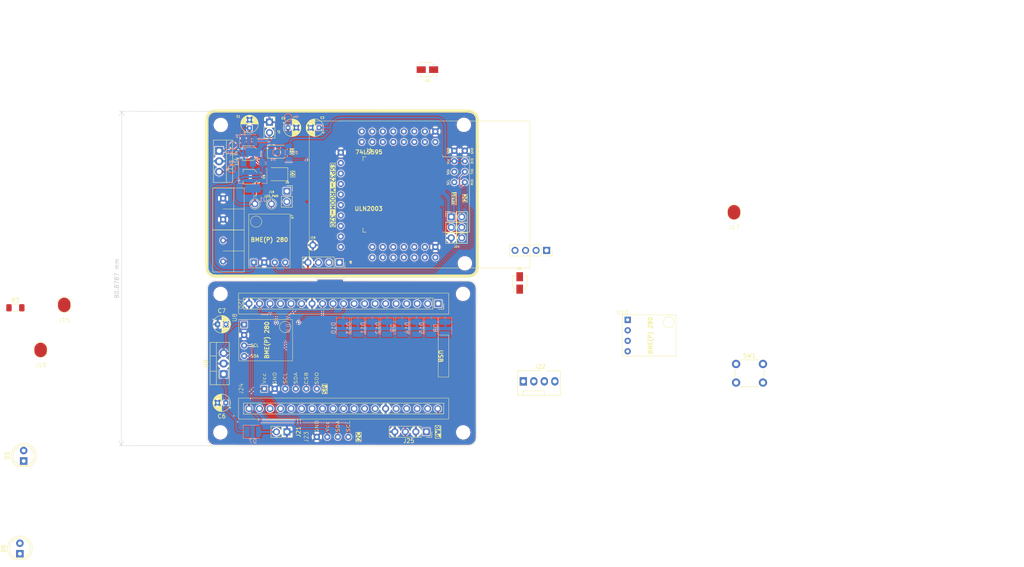
<source format=kicad_pcb>
(kicad_pcb (version 20240108) (generator "pcbnew") (generator_version "8.0")
  (layers (0 "F.Cu" signal) (31 "B.Cu" signal) (34 "B.Paste" user) (35 "F.Paste" user) (36 "B.SilkS" user "B.Silkscreen") (37 "F.SilkS" user "F.Silkscreen") (38 "B.Mask" user) (39 "F.Mask" user) (44 "Edge.Cuts" user))
  (net 0 "")
  (net 1 "GND")
  (net 2 "+3V3")
  (net 3 "+5V")
  (net 4 "/RXD")
  (net 5 "/TXD")
  (net 6 "/SDA")
  (net 7 "/GPIO_33")
  (net 8 "/SCL")
  (net 9 "/OUT3")
  (net 10 "/EN")
  (net 11 "/SOURCE2")
  (net 12 "/SOURCE1")
  (net 13 "/SOURCE3")
  (net 14 "/VDC")
  (net 15 "/DAC1")
  (net 16 "/DAC2")
  (net 17 "/GPIO39")
  (net 18 "/GPIO19")
  (net 19 "/GPIO17")
  (net 20 "/GPIO5")
  (net 21 "/GPIO18")
  (net 22 "/SD_DATA0")
  (net 23 "/ADC2_CH3")
  (net 24 "/SD_DATA3")
  (net 25 "/SD_CMD")
  (net 26 "/SD_CLK")
  (net 27 "/SD_DATA2")
  (net 28 "/SD_DATA1")
  (net 29 "/ADC2_CH0")
  (net 30 "/GPIO23")
  (net 31 "/GPIO36")
  (net 32 "/ADC2_CH2")
  (net 33 "/BOOT")
  (net 34 "/GPIO13")
  (net 35 "/SOURCE4")
  (net 36 "/SOURCE5")
  (net 37 "/SIPO_DATA")
  (net 38 "/SIPO_CLK")
  (net 39 "/SIPO_LATCH")
  (net 40 "/GPIO14")
  (net 41 "/OUT1")
  (net 42 "/VIN")
  (net 45 "Net-(D5-Pad1)")
  (net 46 "Net-(J15-Pin_1)")
  (net 47 "Net-(J19-Pin_1)")
  (net 48 "/OUT2")
  (net 60 "/RX")
  (net 65 "/TX")
  (net 76 "/SCL-2")
  (net 77 "/SDA-2")
  (net 80 "/12V")
  (net 82 "/QB-2")
  (net 83 "/QC-2")
  (net 84 "/QE-2")
  (net 85 "/QA-2")
  (net 86 "/QD-2")
  (net 87 "/QG-2")
  (net 88 "/QH-2")
  (net 89 "/QF-2")
  (net 90 "/SPI-SDO")
  (net 91 "/SPI-CSB")
  (net 92 "/SPI-SCL")
  (net 93 "/SPI-SDA")
  (net 94 "/D23")
  (net 95 "/D18")
  (footprint "Capacitor_THT:CP_Radial_D4.0mm_P2.00mm" (layer "F.Cu") (at 107 44.2 180)
    (property "Reference" "C2")
    (property "Value" "1uF")
  )
  (footprint "LED_SMD:LED_1210_3225Metric_Pad1.42x2.65mm_HandSolder" (layer "F.Cu") (at 97 55.45 180)
    (property "Reference" "D2")
    (property "Value" "STATUS")
  )
  (footprint "Capacitor_SMD:CP_Elec_3x5.3" (layer "F.Cu") (at 90.3 50.35 180)
    (property "Reference" "C4")
    (property "Value" "0.1uF")
  )
  (footprint "Resistor_SMD:R_1206_3216Metric_Pad1.30x1.75mm_HandSolder" (layer "F.Cu") (at 33.612 87.7585)
    (property "Reference" "R7")
    (property "Value" "4K7")
  )
  (footprint "LED_THT:LED_D5.0mm" (layer "F.Cu") (at 34.7 147.25 90)
    (property "Reference" "D6")
    (property "Value" "LED_STATUS")
  )
  (footprint "Button_Switch_THT:SW_PUSH_6mm" (layer "F.Cu") (at 207.8 101.35)
    (property "Reference" "SW1")
    (property "Value" "SW_Push")
  )
  (footprint "Connector:FanPinHeader_1x04_P2.54mm_Vertical" (layer "F.Cu") (at 156.38 105.55)
    (property "Reference" "J22")
    (property "Value" "Conn_01x04_Pin")
  )
  (footprint "Alexander Footprint Library:Pad_1x01_P2.54_SMD" (layer "F.Cu") (at 39.712 102.098)
    (property "Reference" "J19")
    (property "Value" "LED_PWR")
  )
  (footprint "Alexanddr Footprints Library:ESP32-WROOM-Adapter-Socket-2" (layer "F.Cu") (at 127.5 60.35 -90)
    (property "Reference" "J1")
    (property "Value" "~")
  )
  (footprint "Alexander Footprint Library:Pad_1x01_P2.54_SMD" (layer "F.Cu") (at 45.412 91.198)
    (property "Reference" "J15")
    (property "Value" "LED_PWR")
  )
  (footprint "MountingHole:MountingHole_3mm" (layer "F.Cu") (at 142 43.5)
    (property "Reference" "H1" (hide yes))
    (property "Value" "MountingHole_Pad")
  )
  (footprint "Connector_PinSocket_2.54mm:PinSocket_1x02_P2.54mm_Vertical" (layer "F.Cu") (at 99.25 117.775 -90)
    (property "Reference" "J21")
    (property "Value" "PWR")
  )
  (footprint "MountingHole:MountingHole_3mm" (layer "F.Cu") (at 83.25 43.53)
    (property "Reference" "H2" (hide yes))
    (property "Value" "MountingHole_Pad")
  )
  (footprint "Alexander Footprints Library:Conn_Terminal_5mm" (layer "F.Cu") (at 83.82 53.69)
    (property "Reference" "J9" (hide yes))
    (property "Value" "Conn_01x02_Socket")
  )
  (footprint "Alexander Footprint Library:Pad_1x01_P2.54_SMD" (layer "F.Cu") (at 207.3 68.7895)
    (property "Reference" "J17")
    (property "Value" "GND")
  )
  (footprint "MountingHole:MountingHole_3mm" (layer "F.Cu") (at 141.85 117.9)
    (property "Reference" "H4" (hide yes))
    (property "Value" "MountingHole_Pad")
  )
  (footprint "Capacitor_THT:CP_Radial_D4.0mm_P2.00mm" (layer "F.Cu") (at 82.5 91.75)
    (property "Reference" "C7")
    (property "Value" "1uF")
  )
  (footprint "Connector_PinSocket_2.54mm:PinSocket_1x04_P2.54mm_Vertical" (layer "F.Cu") (at 132.94 117.75 -90)
    (property "Reference" "J25")
    (property "Value" "PWR_SATA_Conn_01x04")
  )
  (footprint "Capacitor_SMD:CP_Elec_3x5.3" (layer "F.Cu") (at 90.4 56.05 180)
    (property "Reference" "C9")
    (property "Value" "0.1uF")
  )
  (footprint "Alexander Footprint Library:PinSocket_1x01_P2.54" (layer "F.Cu") (at 91.5 65.19)
    (property "Reference" "J7")
    (property "Value" "LED_PWR")
  )
  (footprint "Alexander Footprint Library:Conn_SPI" (layer "F.Cu") (at 88.68 107.35 90)
    (property "Reference" "J24")
    (property "Value" "~")
  )
  (footprint "Connector_PinSocket_2.54mm:PinSocket_1x02_P2.54mm_Vertical" (layer "F.Cu") (at 95.025 42.85)
    (property "Reference" "J2")
    (property "Value" "PWR")
  )
  (footprint "Connector_PinSocket_2.54mm:PinSocket_1x04_P2.54mm_Vertical" (layer "F.Cu") (at 111.94 76.8 -90)
    (property "Reference" "J6")
    (property "Value" "SOURCE")
  )
  (footprint "MountingHole:MountingHole_3mm" (layer "F.Cu") (at 83.15 117.9)
    (property "Reference" "H4" (hide yes))
    (property "Value" "MountingHole_Pad")
  )
  (footprint "Connector_PinSocket_2.54mm:PinSocket_1x04_P2.54mm_Vertical" (layer "F.Cu") (at 162 73.875 -90)
    (property "Reference" "J10" (hide yes))
    (property "Value" "ADC")
  )
  (footprint "Capacitor_SMD:CP_Elec_3x5.3" (layer "F.Cu") (at 155.5 81.75 90)
    (property "Reference" "C5")
    (property "Value" "0.1uF")
  )
  (footprint "MountingHole:MountingHole_3mm" (layer "F.Cu") (at 141.8 84.4)
    (property "Reference" "H4" (hide yes))
    (property "Value" "MountingHole_Pad")
  )
  (footprint "Capacitor_THT:CP_Radial_D4.0mm_P2.00mm" (layer "F.Cu") (at 99.5 44.2)
    (property "Reference" "C3")
    (property "Value" "1uF")
  )
  (footprint "Alexander Footprint Library:Conn_ESP32_WROOM-DevKit-38pins" (layer "F.Cu") (at 87.54 86.75 -90)
    (property "Reference" "J20")
    (property "Value" "~")
  )
  (footprint "Capacitor_SMD:CP_Elec_3x5.3" (layer "F.Cu") (at 133.2 30.15 180)
    (property "Reference" "C8")
    (property "Value" "10uF")
  )
  (footprint "Alexander Footprint Library:LD1117" (layer "F.Cu") (at 83.945 103.79 90)
    (property "Reference" "U9")
    (property "Value" "L7805")
  )
  (footprint "Alexander Footprint Library:PinSocket_1x01_P2.54" (layer "F.Cu") (at 95.5 65.19)
    (property "Reference" "J18")
    (property "Value" "LED_PWR")
  )
  (footprint "Alexander Footprint Library:Conn_I2C" (layer "F.Cu") (at 98.84 119 90)
    (property "Reference" "J23")
    (property "Value" "I2C")
  )
  (footprint "Capacitor_THT:CP_Radial_D4.0mm_P2.00mm" (layer "F.Cu") (at 84.4726 110.75 180)
    (property "Reference" "C6")
    (property "Value" "1uF")
  )
  (footprint "Alexander Footprint Library:BME280_BMP280_I2C" (layer "F.Cu") (at 180.3 89.45)
    (property "Reference" "U10")
    (property "Value" "BME(P)280")
  )
  (footprint "MountingHole:MountingHole_3mm" (layer "F.Cu") (at 83.2 84.4)
    (property "Reference" "H4" (hide yes))
    (property "Value" "MountingHole_Pad")
  )
  (footprint "Connector_PinSocket_2.54mm:PinSocket_1x02_P2.54mm_Vertical" (layer "F.Cu") (at 99.225 59.55)
    (property "Reference" "J5")
    (property "Value" "DAC")
  )
  (footprint "Alexander Footprint Library:CONN_2x3" (layer "F.Cu") (at 138.96 60.68)
    (property "Reference" "J14")
    (property "Value" "GPIO")
  )
  (footprint "Alexander Footprints Library:Conn_UART" (layer "F.Cu") (at 139.7 42.15)
    (property "Reference" "J3" (hide yes))
    (property "Value" "UART")
  )
  (footprint "Alexander Footprint Library:PinSocket_1x01_P2.54" (layer "F.Cu") (at 105.5 75.19)
    (property "Reference" "J16")
    (property "Value" "GND")
  )
  (footprint "Capacitor_THT:CP_Radial_D4.0mm_P2.00mm" (layer "F.Cu") (at 90.2 44.3 90)
    (property "Reference" "C1")
    (property "Value" "1uF")
  )
  (footprint "Alexander Footprint Library:BME280_BMP280_I2C" (layer "F.Cu") (at 90 78.1 90)
    (property "Reference" "U7")
    (property "Value" "BME(P)280")
  )
  (footprint "Alexander Footprint Library:LD1117" (layer "F.Cu") (at 82.855 49.77 -90)
    (property "Reference" "U4")
    (property "Value" "L7805")
  )
  (footprint "Alexander Footprints Library:Conn_I2C" (layer "F.Cu") (at 142.24 42.15)
    (property "Reference" "J4" (hide yes))
    (property "Value" "I2C")
  )
  (footprint "LED_THT:LED_D5.0mm" (layer "F.Cu") (at 35.612 124.8335 90)
    (property "Reference" "D5")
    (property "Value" "LED_PWR")
  )
  (footprint "Alexander Footprint Library:BME280_BMP280_I2C" (layer "F.Cu") (at 87.6 90.59)
    (property "Reference" "U8")
    (property "Value" "BME(P)280")
  )
  (footprint "LED_SMD:LED_1210_3225Metric_Pad1.42x2.65mm_HandSolder" (layer "F.Cu") (at 97 50)
    (property "Reference" "D1")
    (property "Value" "PWR")
  )
  (footprint "MountingHole:MountingHole_3mm" (layer "F.Cu") (at 142.25 77)
    (property "Reference" "H4" (hide yes))
    (property "Value" "MountingHole_Pad")
  )
  (footprint "Alexander Footprints Library:Conn_Terminal_5mm" (layer "F.Cu") (at 83.82 63.85)
    (property "Reference" "J8" (hide yes))
    (property "Value" "Conn_01x02_Socket")
  )
  (footprint "TestPoint:TestPoint_Pad_D1.5mm" (layer "B.Cu") (at 99.5 41.75 180)
    (property "Reference" "TP4")
    (property "Value" "5V")
  )
  (footprint "LED_SMD:LED_1210_3225Metric_Pad1.42x2.65mm_HandSolder" (layer "B.Cu") (at 127.1 92.65 -90)
    (property "Reference" "D9")
    (property "Value" "PWR")
  )
  (footprint "TestPoint:TestPoint_Pad_D1.5mm" (layer "B.Cu") (at 96.8 50.15 180)
    (property "Reference" "TP3")
    (property "Value" "3V3")
  )
  (footprint "LED_SMD:LED_1210_3225Metric_Pad1.42x2.65mm_HandSolder" (layer "B.Cu") (at 119.9 92.65 -90)
    (property "Reference" "D11")
    (property "Value" "PWR")
  )
  (footprint "Diode_SMD:D_1210_3225Metric" (layer "B.Cu") (at 91 117.75)
    (property "Reference" "D7")
    (property "Value" "D")
  )
  (footprint "LED_SMD:LED_1210_3225Metric_Pad1.42x2.65mm_HandSolder" (layer "B.Cu") (at 134.1 92.65 -90)
    (property "Reference" "D15")
    (property "Value" "PWR")
  )
  (footprint "Resistor_SMD:R_1206_3216Metric_Pad1.30x1.75mm_HandSolder" (layer "B.Cu") (at 99.7 50.25 -90)
    (property "Reference" "R1")
    (property "Value" "10K")
  )
  (footprint "Diode_SMD:D_1210_3225Metric" (layer "B.Cu") (at 90.1 47.4)
    (property "Reference" "D4")
    (property "Value" "D")
  )
  (footprint "LED_SMD:LED_1210_3225Metric_Pad1.42x2.65mm_HandSolder" (layer "B.Cu") (at 130.6 92.65 -90)
    (property "Reference" "D14")
    (property "Value" "PWR")
  )
  (footprint "TestPoint:TestPoint_Pad_D1.5mm" (layer "B.Cu") (at 86.2 48.45 180)
    (property "Reference" "TP1")
    (property "Value" "VIN")
  )
  (footprint "LED_SMD:LED_1210_3225Metric_Pad1.42x2.65mm_HandSolder" (layer "B.Cu") (at 123.5 92.65 -90)
    (property "Reference" "D12")
    (property "Value" "PWR")
  )
  (footprint "TestPoint:TestPoint_Pad_D1.5mm" (layer "B.Cu") (at 85.9 54.15 180)
    (property "Reference" "TP2")
    (property "Value" "GND")
  )
  (footprint "LED_SMD:LED_1210_3225Metric_Pad1.42x2.65mm_HandSolder" (layer "B.Cu") (at 116.4 92.65 -90)
    (property "Reference" "D13")
    (property "Value" "PWR")
  )
  (footprint "LED_SMD:LED_1210_3225Metric_Pad1.42x2.65mm_HandSolder" (layer "B.Cu") (at 112.8 92.65 -90)
    (property "Reference" "D10")
    (property "Value" "PWR")
  )
  (footprint "Package_TO_SOT_SMD:SOT-223-3_TabPin2" (layer "B.Cu") (at 91 55.75 -90)
    (property "Reference" "U1")
    (property "Value" "MAX1726EUK33")
  )
  (footprint "LED_SMD:LED_1210_3225Metric_Pad1.42x2.65mm_HandSolder" (layer "B.Cu") (at 137.5 92.65 -90)
    (property "Reference" "D8")
    (property "Value" "PWR")
  )
  (gr_line (start 145.25 42.11421) (end 145.25 78.085782) (stroke (width 0.75)) (layer "F.SilkS"))
  (gr_line (start 81.914218 40.164218) (end 143.08579 40.164218) (stroke (width 0.75)) (layer "F.SilkS"))
  (gr_arc (start 145.25 78.085782) (mid 144.66422 79.500007) (end 143.25 80.085782) (stroke (width 0.75)) (layer "F.SilkS"))
  (gr_line (start 79.914218 42.11421) (end 79.914218 78.085782) (stroke (width 0.75)) (layer "F.SilkS"))
  (gr_arc (start 81.914218 80.085782) (mid 80.499999 79.500001) (end 79.914218 78.085782) (stroke (width 0.75)) (layer "F.SilkS"))
  (gr_arc (start 143.25 40.25) (mid 144.664214 40.835786) (end 145.25 42.25) (stroke (width 0.75)) (layer "F.SilkS"))
  (gr_arc (start 79.914218 42.164218) (mid 80.499999 40.749999) (end 81.914218 40.164218) (stroke (width 0.75)) (layer "F.SilkS"))
  (gr_line (start 81.914214 80.085782) (end 143.085786 80.085782) (stroke (width 0.75)) (layer "F.SilkS"))
  (gr_line (start 82.014214 80.235786) (end 106.4 80.25) (stroke (width 0.1)) (layer "Edge.Cuts"))
  (gr_line (start 80 42.25) (end 80.014214 78.235786) (stroke (width 0.1)) (layer "Edge.Cuts"))
  (gr_arc (start 79.921321 83.157107) (mid 80.507106 81.742896) (end 81.921321 81.157107) (stroke (width 0.1)) (layer "Edge.Cuts"))
  (gr_line (start 81.921321 121.128679) (end 143.107107 121.142893) (stroke (width 0.1)) (layer "Edge.Cuts"))
  (gr_arc (start 81.921321 121.128679) (mid 80.507101 120.542899) (end 79.921321 119.128679) (stroke (width 0.1)) (layer "Edge.Cuts"))
  (gr_line (start 143.092893 81.157107) (end 113 81.15) (stroke (width 0.1)) (layer "Edge.Cuts"))
  (gr_arc (start 145.107107 119.142893) (mid 144.521321 120.557107) (end 143.107107 121.142893) (stroke (width 0.1)) (layer "Edge.Cuts"))
  (gr_line (start 106.4 81.15) (end 81.921321 81.157107) (stroke (width 0.1)) (layer "Edge.Cuts"))
  (gr_arc (start 143.185786 40.264214) (mid 144.600004 40.849996) (end 145.185786 42.264214) (stroke (width 0.1)) (layer "Edge.Cuts"))
  (gr_line (start 113 80.25) (end 143.185786 80.235786) (stroke (width 0.1)) (layer "Edge.Cuts"))
  (gr_arc (start 82.014214 80.235786) (mid 80.599996 79.650004) (end 80.014214 78.235786) (stroke (width 0.1)) (layer "Edge.Cuts"))
  (gr_line (start 145.185786 42.264214) (end 145.185786 78.235786) (stroke (width 0.1)) (layer "Edge.Cuts"))
  (gr_arc (start 80 42.25) (mid 80.585786 40.835786) (end 82 40.25) (stroke (width 0.1)) (layer "Edge.Cuts"))
  (gr_line (start 145.107107 119.142893) (end 145.092893 83.157107) (stroke (width 0.1)) (layer "Edge.Cuts"))
  (gr_line (start 79.921321 119.128679) (end 79.921321 83.157107) (stroke (width 0.1)) (layer "Edge.Cuts"))
  (gr_line (start 106.4 81.15) (end 106.4 80.25) (stroke (width 0.1)) (layer "Edge.Cuts"))
  (gr_arc (start 145.185786 78.235786) (mid 144.600004 79.650004) (end 143.185786 80.235786) (stroke (width 0.1)) (layer "Edge.Cuts"))
  (gr_arc (start 143.092893 81.157107) (mid 144.507112 81.742888) (end 145.092893 83.157107) (stroke (width 0.1)) (layer "Edge.Cuts"))
  (gr_line (start 113 81.15) (end 113 80.25) (stroke (width 0.1)) (layer "Edge.Cuts"))
  (gr_line (start 143.185786 40.264214) (end 82 40.25) (stroke (width 0.1)) (layer "Edge.Cuts"))
  (gr_text "SCL" (at 90.4 96.85 0) (layer "F.SilkS") (effects (font (size 0.7 0.7) (thickness 0.125) (bold yes)) (justify left)))
  (gr_text "SDA" (at 90.4 99.45 0) (layer "F.SilkS") (effects (font (size 0.7 0.7) (thickness 0.125) (bold yes)) (justify left)))
  (gr_text "PWR" (at 136.4 119.55 90) (layer "F.SilkS" knockout) (effects (font (size 1 1) (thickness 0.25) (bold yes)) (justify left bottom)))
  (gr_text "74LS595" (at 119.057143 50.1 0) (layer "F.SilkS") (effects (font (size 1 1) (thickness 0.2) (bold yes))))
  (gr_text "ULN2003" (at 115.5 64.374 0) (layer "F.SilkS") (effects (font (size 1 1) (thickness 0.2) (bold yes)) (justify left bottom)))
  (dimension (type aligned) (layer "Edge.Cuts") (pts (xy 81.921321 121.128679) (xy 82 40.25)) (height -22.6907) (gr_text "80.8787 mm" (at 58.119973 80.666146 89.94426182) (layer "Edge.Cuts") (effects (font (size 1 1) (thickness 0.15)))) (format (prefix "") (suffix "") (units 3) (units_format 1) (precision 4)) (style (thickness 0.1) (arrow_length 1.27) (text_position_mode 0) (extension_height 0.58642) (extension_offset 0.5) keep_text_aligned))
  (segment (start 84.21 66) (end 83.82 66.39) (width 0.5) (layer "F.Cu") (net 1))
  (segment (start 91.5 59.65) (end 91.9 59.25) (width 0.5) (layer "F.Cu") (net 2))
  (segment (start 90.08 108.57) (end 90.08 112.15) (width 0.5) (layer "F.Cu") (net 2))
  (segment (start 91.3 107.35) (end 90.08 108.57) (width 0.5) (layer "F.Cu") (net 2))
  (segment (start 91.9 59.25) (end 91.9 56.05) (width 0.5) (layer "F.Cu") (net 2))
  (segment (start 93.76 107.35) (end 91.3 107.35) (width 0.5) (layer "F.Cu") (net 2))
  (segment (start 91.5 62.62) (end 91.5 59.65) (width 0.5) (layer "F.Cu") (net 2))
  (segment (start 96.075 48.7) (end 97.525 48.7) (width 0.5) (layer "B.Cu") (net 2))
  (segment (start 109.408578 44.2) (end 107 44.2) (width 0.5) (layer "B.Cu") (net 2))
  (segment (start 93.21 115.25) (end 101 115.25) (width 0.5) (layer "B.Cu") (net 2))
  (segment (start 81.3 75.997918) (end 81.3 59.75104) (width 0.5) (layer "B.Cu") (net 2))
  (segment (start 93.3 54.905025) (end 93.3 52.6) (width 0.5) (layer "B.Cu") (net 2))
  (segment (start 100 48.7) (end 100 48.03033) (width 0.5) (layer "B.Cu") (net 2))
  (segment (start 139.13 52.31) (end 139.7 52.31) (width 0.5) (layer "B.Cu") (net 2))
  (segment (start 138.156949 51.906949) (end 138.03 51.78) (width 0.5) (layer "B.Cu") (net 2))
  (segment (start 109 117.5) (end 109 119) (width 0.5) (layer "B.Cu") (net 2))
  (segment (start 84.202081 78.9) (end 89.990883 78.9) (width 0.5) (layer "B.Cu") (net 2))
  (segment (start 109.75 45) (end 109.75 44.141421) (width 0.5) (layer "B.Cu") (net 2))
  (segment (start 109.75 43.858578) (end 109.75 44.141421) (width 0.5) (layer "B.Cu") (net 2))
  (segment (start 104.722182 46.75) (end 106.277817 46.75) (width 0.5) (layer "B.Cu") (net 2))
  (segment (start 139.7 52.31) (end 142.24 52.31) (width 0.5) (layer "B.Cu") (net 2))
  (segment (start 137.5 50.500466) (end 137.5 43.883883) (width 0.5) (layer "B.Cu") (net 2))
  (segment (start 88.207106 62.75) (end 91.5 62.75) (width 0.5) (layer "B.Cu") (net 2))
  (segment (start 86.5 61.042893) (end 86.5 57.5) (width 0.5) (layer "B.Cu") (net 2))
  (segment (start 106.277817 46.75) (end 108 46.75) (width 0.5) (layer "B.Cu") (net 2))
  (segment (start 101 115.25) (end 102.5 116.75) (width 0.5) (layer "B.Cu") (net 2))
  (segment (start 91.22 77.670883) (end 91.22 76.8) (width 0.5) (layer "B.Cu") (net 2))
  (segment (start 89.455634 56.1) (end 92.105025 56.1) (width 0.5) (layer "B.Cu") (net 2))
  (segment (start 96.075 48.7) (end 95.177817 48.7) (width 0.5) (layer "B.Cu") (net 2))
  (segment (start 90.11 112.15) (end 93.21 115.25) (width 0.5) (layer "B.Cu") (net 2))
  (segment (start 108.25 116.75) (end 109 117.5) (width 0.5) (layer "B.Cu") (net 2))
  (segment (start 104.722182 46.75) (end 101.28033 46.75) (width 0.5) (layer "B.Cu") (net 2))
  (segment (start 108 46.75) (end 109.75 45) (width 0.5) (layer "B.Cu") (net 2))
  (segment (start 96.8 49.425) (end 96.8 50.15) (width 0.25) (layer "B.Cu") (net 2))
  (segment (start 109.75 43.625) (end 109.75 43.858578) (width 0.5) (layer "B.Cu") (net 2))
  (segment (start 110.015165 42.984834) (end 110.5 42.5) (width 0.5) (layer "B.Cu") (net 2))
  (segment (start 93.3 52.6) (end 93.3 50.577817) (width 0.5) (layer "B.Cu") (net 2))
  (segment (start 82.75104 58.3) (end 84.144365 58.3) (width 0.5) (layer "B.Cu") (net 2))
  (segment (start 102.5 116.75) (end 108.25 116.75) (width 0.5) (layer "B.Cu") (net 2))
  (segment (start 112.31066 41.75) (end 135.366116 41.75) (width 0.5) (layer "B.Cu") (net 2))
  (segment (start 100 48.7) (end 97.525 48.7) (width 0.5) (layer "B.Cu") (net 2))
  (arc (start 136.875 42.375) (mid 137.337567 43.067281) (end 137.5 43.883883) (width 0.5) (layer "B.Cu") (net 2))
  (arc (start 137.5 50.500466) (mid 137.637742 51.192944) (end 138.03 51.78) (width 0.5) (layer "B.Cu") (net 2))
  (arc (start 93.3 54.905025) (mid 93.209037 55.362322) (end 92.95 55.75) (width 0.5) (layer "B.Cu") (net 2))
  (arc (start 86.8 57.2) (mid 85.581584 58.014119) (end 84.144365 58.3) (width 0.5) (layer "B.Cu") (net 2))
  (arc (start 89.455634 56.1) (mid 88.018415 56.38588) (end 86.8 57.2) (width 0.5) (layer "B.Cu") (net 2))
  (arc (start 86.5 61.042893) (mid 86.629945 61.696174) (end 87 62.25) (width 0.5) (layer "B.Cu") (net 2))
  (arc (start 82.75104 58.3) (mid 82.195751 58.410453) (end 81.725 58.725) (width 0.5) (layer "B.Cu") (net 2))
  (arc (start 92.95 55.75) (mid 92.562322 56.009037) (end 92.105025 56.1) (width 0.5) (layer "B.Cu") (net 2))
  (arc (start 95.177817 48.7) (mid 94.459207 48.84294) (end 93.85 49.25) (width 0.5) (layer "B.Cu") (net 2))
  (arc (start 96.8 49.425) (mid 96.587652 48.912347) (end 96.075 48.7) (width 0.25) (layer "B.Cu") (net 2))
  (arc (start 82.15 78.05) (mid 83.091502 78.679092) (end 84.202081 78.9) (width 0.5) (layer "B.Cu") (net 2))
  (arc (start 110.015165 42.984834) (mid 109.818914 43.278544) (end 109.75 43.625) (width 0.5) (layer "B.Cu") (net 2))
  (arc (start 109.75 44.141421) (mid 109.713838 44.087301) (end 109.65 44.1) (width 0.5) (layer "B.Cu") (net 2))
  (arc (start 136.875 42.375) (mid 136.182718 41.912432) (end 135.366116 41.75) (width 0.5) (layer "B.Cu") (net 2))
  (arc (start 93.85 49.25) (mid 93.44294 49.859207) (end 93.3 50.577817) (width 0.5) (layer "B.Cu") (net 2))
  (arc (start 90.86 78.54) (mid 90.461245 78.806439) (end 89.990883 78.9) (width 0.5) (layer "B.Cu") (net 2))
  (arc (start 109.65 44.1) (mid 109.539234 44.17401) (end 109.408578 44.2) (width 0.5) (layer "B.Cu") (net 2))
  (arc (start 87 62.25) (mid 87.553825 62.620054) (end 88.207106 62.75) (width 0.5) (layer "B.Cu") (net 2))
  (arc (start 81.725 58.725) (mid 81.410453 59.195751) (end 81.3 59.75104) (width 0.5) (layer "B.Cu") (net 2))
  (arc (start 138.156949 51.906949) (mid 138.603388 52.20525) (end 139.13 52.31) (width 0.5) (layer "B.Cu") (net 2))
  (arc (start 101.28033 46.75) (mid 100.790368 46.847459) (end 100.375 47.125) (width 0.5) (layer "B.Cu") (net 2))
  (arc (start 91.22 77.670883) (mid 91.126439 78.141245) (end 90.86 78.54) (width 0.5) (layer "B.Cu") (net 2))
  (arc (start 109.65 44.1) (mid 109.72401 43.989234) (end 109.75 43.858578) (width 0.5) (layer "B.Cu") (net 2))
  (arc (start 112.31066 41.75) (mid 111.330737 41.944918) (end 110.5 42.5) (width 0.5) (layer "B.Cu") (net 2))
  (arc (start 100.375 47.125) (mid 100.097459 47.540368) (end 100 48.03033) (width 0.5) (layer "B.Cu") (net 2))
  (arc (start 81.3 75.997918) (mid 81.520907 77.108496) (end 82.15 78.05) (width 0.5) (layer "B.Cu") (net 2))
  (segment (start 99.5 45.693413) (end 99.5 44.2) (width 0.5) (layer "F.Cu") (net 3))
  (segment (start 98.6375 46.9625) (end 99.2125 46.3875) (width 0.5) (layer "F.Cu") (net 3))
  (segment (start 83.945 98.71) (end 86.21 98.71) (width 0.5) (layer "F.Cu") (net 3))
  (segment (start 86.75 99.25) (end 86.75 100) (width 0.5) (layer "F.Cu") (net 3))
  (segment (start 127.86 116.39) (end 129 115.25) (width 0.5) (layer "F.Cu") (net 3))
  (segment (start 129 115.25) (end 135.25 115.25) (width 0.5) (layer "F.Cu") (net 3))
  (segment (start 135.81 114.69) (end 135.81 112.15) (width 0.5) (layer "F.Cu") (net 3))
  (segment (start 86.75 114.25) (end 87.75 115.25) (width 0.5) (layer "F.Cu") (net 3))
  (segment (start 86.75 100) (end 86.75 114.25) (width 0.5) (layer "F.Cu") (net 3))
  (segment (start 88.1 47.25) (end 97.943413 47.25) (width 0.5) (layer "F.Cu") (net 3))
  (segment (start 84.9 54.85) (end 85.4 54.35) (width 0.5) (layer "F.Cu") (net 3))
  (segment (start 85.4 54.35) (end 85.4 49.95) (width 0.5) (layer "F.Cu") (net 3))
  (segment (start 127.86 118.65) (end 127.86 116.39) (width 0.5) (layer "F.Cu") (net 3))
  (segment (start 86.21 98.71) (end 86.75 99.25) (width 0.5) (layer "F.Cu") (net 3))
  (segment (start 135.25 115.25) (end 135.81 114.69) (width 0.5) (layer "F.Cu") (net 3))
  (segment (start 82.855 54.85) (end 84.9 54.85) (width 0.5) (layer "F.Cu") (net 3))
  (segment (start 85.4 49.95) (end 88.1 47.25) (width 0.5) (layer "F.Cu") (net 3))
  (segment (start 87.75 115.25) (end 129 115.25) (width 0.5) (layer "F.Cu") (net 3))
  (arc (start 97.943413 47.25) (mid 98.31905 47.175281) (end 98.6375 46.9625) (width 0.5) (layer "F.Cu") (net 3))
  (arc (start 99.5 45.693413) (mid 99.425281 46.06905) (end 99.2125 46.3875) (width 0.5) (layer "F.Cu") (net 3))
  (segment (start 83.945 97.305) (end 84.5 96.75) (width 0.5) (layer "B.Cu") (net 3))
  (segment (start 84.5 94.05) (end 84.5 91.75) (width 0.5) (layer "B.Cu") (net 3))
  (segment (start 88.9 91.81) (end 86.74 91.81) (width 0.5) (layer "B.Cu") (net 3))
  (segment (start 83.945 98.71) (end 83.945 97.305) (width 0.5) (layer "B.Cu") (net 3))
  (segment (start 86.74 91.81) (end 84.5 94.05) (width 0.5) (layer "B.Cu") (net 3))
  (segment (start 84.5 96.75) (end 84.5 94.05) (width 0.5) (layer "B.Cu") (net 3))
  (segment (start 99.5 42.25) (end 99.5 44.2) (width 0.25) (layer "B.Cu") (net 3))
  (segment (start 139.7 57.35) (end 139.7 57.39) (width 0.25) (layer "F.Cu") (net 4))
  (segment (start 140.3 57.45) (end 139.3 57.45) (width 0.25) (layer "F.Cu") (net 4))
  (segment (start 139.7 54.85) (end 139.5 54.85) (width 0.25) (layer "F.Cu") (net 5))
  (segment (start 138.59 58.55) (end 140.4 58.55) (width 0.25) (layer "F.Cu") (net 6))
  (segment (start 138 57.96) (end 138.59 58.55) (width 0.25) (layer "F.Cu") (net 6))
  (segment (start 140.9 56.19) (end 142.24 54.85) (width 0.25) (layer "F.Cu") (net 6))
  (segment (start 140.9 58.05) (end 140.9 56.19) (width 0.25) (layer "F.Cu") (net 6))
  (segment (start 138 56.286396) (end 138 57.96) (width 0.25) (layer "F.Cu") (net 6))
  (segment (start 142.24 54.85) (end 142.24 55.51) (width 0.25) (layer "F.Cu") (net 6))
  (segment (start 140.4 58.55) (end 140.9 58.05) (width 0.25) (layer "F.Cu") (net 6))
  (segment (start 141.79 58.74) (end 141 57.95) (width 0.25) (layer "B.Cu") (net 6))
  (segment (start 140.418198 72.781802) (end 143.281802 72.781802) (width 0.25) (layer "B.Cu") (net 6))
  (segment (start 98.84 76.8) (end 98.84 78.09) (width 0.25) (layer "B.Cu") (net 6))
  (segment (start 143.55 64.45) (end 141.79 62.69) (width 0.25) (layer "B.Cu") (net 6))
  (segment (start 134.55 78.65) (end 140.418198 72.781802) (width 0.25) (layer "B.Cu") (net 6))
  (segment (start 141.79 62.69) (end 141.79 58.74) (width 0.25) (layer "B.Cu") (net 6))
  (segment (start 141 56.09) (end 142.24 54.85) (width 0.25) (layer "B.Cu") (net 6))
  (segment (start 98.84 78.09) (end 99.4 78.65) (width 0.25) (layer "B.Cu") (net 6))
  (segment (start 99.4 78.65) (end 134.55 78.65) (width 0.25) (layer "B.Cu") (net 6))
  (segment (start 143.281802 72.781802) (end 143.55 72.513604) (width 0.25) (layer "B.Cu") (net 6))
  (segment (start 143.55 72.513604) (end 143.55 64.45) (width 0.25) (layer "B.Cu") (net 6))
  (segment (start 141 57.95) (end 141 56.09) (width 0.25) (layer "B.Cu") (net 6))
  (segment (start 137.55 58.146396) (end 138.403604 59) (width 0.25) (layer "F.Cu") (net 8))
  (segment (start 140.63 59) (end 142.24 57.39) (width 0.25) (layer "F.Cu") (net 8))
  (segment (start 137.55 56.55) (end 137.55 58.146396) (width 0.25) (layer "F.Cu") (net 8))
  (segment (start 138.403604 59) (end 140.63 59) (width 0.25) (layer "F.Cu") (net 8))
  (segment (start 143.4 73.3) (end 144 72.7) (width 0.25) (layer "B.Cu") (net 8))
  (segment (start 96.95 79.1) (end 134.8 79.1) (width 0.25) (layer "B.Cu") (net 8))
  (segment (start 96.3 76.8) (end 96.3 78.45) (width 0.25) (layer "B.Cu") (net 8))
  (segment (start 144 72.7) (end 144 64.263604) (width 0.25) (layer "B.Cu") (net 8))
  (segment (start 142.24 62.503604) (end 142.24 57.39) (width 0.25) (layer "B.Cu") (net 8))
  (segment (start 96.3 78.45) (end 96.95 79.1) (width 0.25) (layer "B.Cu") (net 8))
  (segment (start 134.8 79.1) (end 140.6 73.3) (width 0.25) (layer "B.Cu") (net 8))
  (segment (start 144 64.263604) (end 142.24 62.503604) (width 0.25) (layer "B.Cu") (net 8))
  (segment (start 140.6 73.3) (end 143.4 73.3) (width 0.25) (layer "B.Cu") (net 8))
  (segment (start 103.27 52.75) (end 104.06 51.96) (width 0.25) (layer "F.Cu") (net 10))
  (segment (start 91.8 52.25) (end 92.3 52.75) (width 0.25) (layer "F.Cu") (net 10))
  (segment (start 92.3 52.75) (end 103.27 52.75) (width 0.25) (layer "F.Cu") (net 10))
  (segment (start 103.72 52.3) (end 104.06 51.96) (width 0.25) (layer "F.Cu") (net 10))
  (segment (start 91.8 50.35) (end 91.8 52.25) (width 0.25) (layer "F.Cu") (net 10))
  (segment (start 100 51.8) (end 103.9 51.8) (width 0.25) (layer "B.Cu") (net 10))
  (segment (start 103.9 51.8) (end 104.06 51.96) (width 0.25) (layer "B.Cu") (net 10))
  (segment (start 86.37 71.47) (end 88 73.1) (width 0.5) (layer "F.Cu") (net 11))
  (segment (start 88 73.1) (end 99 73.1) (width 0.5) (layer "F.Cu") (net 11))
  (segment (start 83.82 71.47) (end 86.37 71.47) (width 0.5) (layer "F.Cu") (net 11))
  (segment (start 86.275 76.55) (end 88.075 74.75) (width 0.5) (layer "F.Cu") (net 12))
  (segment (start 83.82 76.55) (end 86.275 76.55) (width 0.5) (layer "F.Cu") (net 12))
  (segment (start 88.075 74.75) (end 99.75 74.75) (width 0.5) (layer "F.Cu") (net 12))
  (segment (start 96.71 117.775) (end 92.425 117.775) (width 0.5) (layer "B.Cu") (net 14))
  (segment (start 92.425 117.775) (end 92.4 117.75) (width 0.5) (layer "B.Cu") (net 14))
  (segment (start 95.025 46.674479) (end 95.025 45.39) (width 0.5) (layer "B.Cu") (net 14))
  (segment (start 94.299479 47.4) (end 91.5 47.4) (width 0.5) (layer "B.Cu") (net 14))
  (arc (start 95.025 46.674479) (mid 94.969773 46.952124) (end 94.8125 47.1875) (width 0.5) (layer "B.Cu") (net 14))
  (arc (start 94.8125 47.1875) (mid 94.577124 47.344773) (end 94.299479 47.4) (width 0.5) (layer "B.Cu") (net 14))
  (segment (start 141.5 68.3) (end 140.2 67) (width 0.25) (layer "B.Cu") (net 18))
  (segment (start 140.2 67) (end 140.2 60.5) (width 0.25) (layer "B.Cu") (net 18))
  (segment (start 141.5 70.84) (end 140.16 69.5) (width 0.25) (layer "B.Cu") (net 19))
  (segment (start 137.7 69.5) (end 137.1 68.9) (width 0.25) (layer "B.Cu") (net 19))
  (segment (start 140.16 69.5) (end 137.7 69.5) (width 0.25) (layer "B.Cu") (net 19))
  (segment (start 137.1 68.9) (end 137.1 63.84) (width 0.25) (layer "B.Cu") (net 19))
  (segment (start 137.1 63.84) (end 136.66 63.4) (width 0.25) (layer "B.Cu") (net 19))
  (segment (start 138.96 65.76) (end 138.96 60.61) (width 0.25) (layer "B.Cu") (net 20))
  (segment (start 138.96 60.61) (end 137.88 59.53) (width 0.25) (layer "B.Cu") (net 20))
  (segment (start 127.5 73.6) (end 128.2 72.9) (width 0.25) (layer "F.Cu") (net 21))
  (segment (start 138.96 68.3) (end 137.6 66.94) (width 0.25) (layer "B.Cu") (net 21))
  (segment (start 137.6 66.94) (end 137.6 61.65) (width 0.25) (layer "B.Cu") (net 21))
  (segment (start 137.6 61.65) (end 136.75 60.8) (width 0.25) (layer "B.Cu") (net 21))
  (segment (start 141.34 62.876396) (end 141.34 60.89) (width 0.25) (layer "B.Cu") (net 30))
  (segment (start 141.5 63.036396) (end 141.34 62.876396) (width 0.25) (layer "B.Cu") (net 30))
  (segment (start 141.5 65.76) (end 141.5 63.036396) (width 0.25) (layer "B.Cu") (net 30))
  (segment (start 104.06 64.66) (end 103.2 64.66) (width 0.25) (layer "F.Cu") (net 40))
  (segment (start 103.2 64.66) (end 103.11 64.66) (width 0.25) (layer "F.Cu") (net 40))
  (segment (start 95.5 54.8625) (end 95.5125 54.85) (width 0.25) (layer "F.Cu") (net 40))
  (segment (start 95.5 62.75) (end 95.5 64.15) (width 0.25) (layer "F.Cu") (net 40))
  (segment (start 95.5 55.4625) (end 95.5125 55.45) (width 0.25) (layer "F.Cu") (net 40))
  (segment (start 95.5 62.62) (end 95.5 55.4625) (width 0.25) (layer "F.Cu") (net 40))
  (segment (start 96.01 64.66) (end 103.2 64.66) (width 0.25) (layer "F.Cu") (net 40))
  (segment (start 95.5 64.15) (end 96.01 64.66) (width 0.25) (layer "F.Cu") (net 40))
  (segment (start 89.5 46.25) (end 87.71 46.25) (width 0.5) (layer "F.Cu") (net 42))
  (segment (start 87.71 46.25) (end 84.19 49.77) (width 0.5) (layer "F.Cu") (net 42))
  (segment (start 90.2 45.55) (end 89.5 46.25) (width 0.5) (layer "F.Cu") (net 42))
  (segment (start 84.19 49.77) (end 82.855 49.77) (width 0.5) (layer "F.Cu") (net 42))
  (segment (start 90.2 44.3) (end 90.2 45.55) (width 0.5) (layer "F.Cu") (net 42))
  (segment (start 88.7 50.546446) (end 88.7 51.253553) (width 0.5) (layer "B.Cu") (net 42))
  (segment (start 84.4726 112.4726) (end 84.4726 109.5) (width 0.5) (layer "B.Cu") (net 42))
  (segment (start 88.7 45.153553) (end 88.7 47.4) (width 0.5) (layer "B.Cu") (net 42))
  (segment (start 86.2 49.11) (end 86.2 48.45) (width 0.25) (layer "B.Cu") (net 42))
  (segment (start 88.45 50.65) (end 88.2 50.4) (width 0.5) (layer "B.Cu") (net 42))
  (segment (start 88.7 50.546446) (end 88.7 47.4) (width 0.5) (layer "B.Cu") (net 42))
  (segment (start 84.4726 107.0826) (end 83.945 106.555) (width 0.5) (layer "B.Cu") (net 42))
  (segment (start 83.945 106.555) (end 83.945 103.79) (width 0.5) (layer "B.Cu") (net 42))
  (segment (start 88.45 50.65) (end 88.054368 50.254368) (width 0.5) (layer "B.Cu") (net 42))
  (segment (start 87.5 117.75) (end 87 117.25) (width 0.5) (layer "B.Cu") (net 42))
  (segment (start 89.553553 44.3) (end 90.2 44.3) (width 0.5) (layer "B.Cu") (net 42))
  (segment (start 84.4726 109.5) (end 84.4726 107.0826) (width 0.5) (layer "B.Cu") (net 42))
  (segment (start 88.7 51.253553) (end 88.7 52.6) (width 0.5) (layer "B.Cu") (net 42))
  (segment (start 89.6 117.75) (end 87.5 117.75) (width 0.5) (layer "B.Cu") (net 42))
  (segment (start 87 117.25) (end 87 115) (width 0.5) (layer "B.Cu") (net 42))
  (segment (start 87 115) (end 84.4726 112.4726) (width 0.5) (layer "B.Cu") (net 42))
  (segment (start 86.86 49.77) (end 85.54 49.77) (width 0.5) (layer "B.Cu") (net 42))
  (segment (start 86.885 49.77) (end 86.86 49.77) (width 0.5) (layer "B.Cu") (net 42))
  (segment (start 85.54 49.77) (end 82.855 49.77) (width 0.5) (layer "B.Cu") (net 42))
  (arc (start 89.553553 44.3) (mid 89.226912 44.364972) (end 88.95 44.55) (width 0.5) (layer "B.Cu") (net 42))
  (arc (start 86.2 49.11) (mid 86.393309 49.57669) (end 86.86 49.77) (width 0.25) (layer "B.Cu") (net 42))
  (arc (start 88.7 51.253553) (mid 88.635027 50.926912) (end 88.45 50.65) (width 0.5) (layer "B.Cu") (net 42))
  (arc (start 88.45 50.65) (mid 88.45 50.65) (end 88.45 50.65) (width 0.5) (layer "B.Cu") (net 42))
  (arc (start 88.45 50.65) (mid 88.609596 50.681745) (end 88.7 50.546446) (width 0.5) (layer "B.Cu") (net 42))
  (arc (start 88.054368 50.254368) (mid 87.517857 49.895883) (end 86.885 49.77) (width 0.5) (layer "B.Cu") (net 42))
  (arc (start 88.95 44.55) (mid 88.764972 44.826912) (end 88.7 45.153553) (width 0.5) (layer "B.Cu") (net 42))
  (segment (start 90.56 96.89) (end 88.9 96.89) (width 0.25) (layer "F.Cu") (net 76))
  (segment (start 92.413604 89.7) (end 90.9 91.213604) (width 0.25) (layer "F.Cu") (net 76))
  (segment (start 95.16 86.75) (end 95.16 89.19) (width 0.25) (layer "F.Cu") (net 76))
  (segment (start 90.9 91.213604) (end 90.9 96.55) (width 0.25) (layer "F.Cu") (net 76))
  (segment (start 95.19 86.75) (end 95.16 86.75) (width 0.25) (layer "F.Cu") (net 76))
  (segment (start 90.9 96.55) (end 90.56 96.89) (width 0.25) (layer "F.Cu") (net 76))
  (segment (start 94.65 89.7) (end 92.413604 89.7) (width 0.25) (layer "F.Cu") (net 76))
  (segment (start 95.16 89.19) (end 94.65 89.7) (width 0.25) (layer "F.Cu") (net 76))
  (segment (start 96.5 110.65) (end 96.5 113.425) (width 0.25) (layer "B.Cu") (net 76))
  (segment (start 96.5 113.425) (end 97.3 114.225) (width 0.25) (layer "B.Cu") (net 76))
  (segment (start 90.54 96.89) (end 90.9 97.25) (width 0.25) (layer "B.Cu") (net 76))
  (segment (start 102.975 115.725) (end 113.175 115.725) (width 0.25) (layer "B.Cu") (net 76))
  (segment (start 88.9 96.89) (end 90.54 96.89) (width 0.25) (layer "B.Cu") (net 76))
  (segment (start 95.4 109.55) (end 96.5 110.65) (width 0.25) (layer "B.Cu") (net 76))
  (segment (start 91.3 109.55) (end 95.4 109.55) (width 0.25) (layer "B.Cu") (net 76))
  (segment (start 97.3 114.225) (end 101.475 114.225) (width 0.25) (layer "B.Cu") (net 76))
  (segment (start 90.9 97.25) (end 90.9 109.15) (width 0.25) (layer "B.Cu") (net 76))
  (segment (start 101.475 114.225) (end 102.975 115.725) (width 0.25) (layer "B.Cu") (net 76))
  (segment (start 114.08 116.63) (end 114.08 119) (width 0.25) (layer "B.Cu") (net 76))
  (segment (start 113.175 115.725) (end 114.08 116.63) (width 0.25) (layer "B.Cu") (net 76))
  (segment (start 90.9 109.15) (end 91.3 109.55) (width 0.25) (layer "B.Cu") (net 76))
  (segment (start 90.6 97.486396) (end 90.6 98.85) (width 0.25) (layer "F.Cu") (net 77))
  (segment (start 90.02 99.43) (end 88.9 99.43) (width 0.25) (layer "F.Cu") (net 77))
  (segment (start 102.81 86.75) (end 99.41 90.15) (width 0.25) (layer "F.Cu") (net 77))
  (segment (start 91.35 91.4) (end 91.35 96.736396) (width 0.25) (layer "F.Cu") (net 77))
  (segment (start 99.41 90.15) (end 92.6 90.15) (width 0.25) (layer "F.Cu") (net 77))
  (segment (start 91.35 96.736396) (end 90.6 97.486396) (width 0.25) (layer "F.Cu") (net 77))
  (segment (start 90.6 98.85) (end 90.02 99.43) (width 0.25) (layer "F.Cu") (net 77))
  (segment (start 92.6 90.15) (end 91.35 91.4) (width 0.25) (layer "F.Cu") (net 77))
  (segment (start 111.54 116.99) (end 111.54 119) (width 0.25) (layer "B.Cu") (net 77))
  (segment (start 93.9 110.75) (end 93.9 113.65) (width 0.25) (layer "B.Cu") (net 77))
  (segment (start 93.9 113.65) (end 94.925 114.675) (width 0.25) (layer "B.Cu") (net 77))
  (segment (start 89.98 99.43) (end 90.42 99.87) (width 0.25) (layer "B.Cu") (net 77))
  (segment (start 102.75 116.175) (end 110.725 116.175) (width 0.25) (layer "B.Cu") (net 77))
  (segment (start 94.925 114.675) (end 101.25 114.675) (width 0.25) (layer "B.Cu") (net 77))
  (segment (start 110.725 116.175) (end 111.54 116.99) (width 0.25) (layer "B.Cu") (net 77))
  (segment (start 90.42 109.37) (end 91.1 110.05) (width 0.25) (layer "B.Cu") (net 77))
  (segment (start 101.25 114.675) (end 102.75 116.175) (width 0.25) (layer "B.Cu") (net 77))
  (segment (start 93.2 110.05) (end 93.9 110.75) (width 0.25) (layer "B.Cu") (net 77))
  (segment (start 91.1 110.05) (end 93.2 110.05) (width 0.25) (layer "B.Cu") (net 77))
  (segment (start 88.9 99.43) (end 89.98 99.43) (width 0.25) (layer "B.Cu") (net 77))
  (segment (start 90.42 99.87) (end 90.42 109.37) (width 0.25) (layer "B.Cu") (net 77))
  (segment (start 97.6 94.85) (end 97.6 93.85) (width 0.25) (layer "F.Cu") (net 90))
  (segment (start 107.86 92.79) (end 107.86 86.75) (width 0.25) (layer "F.Cu") (net 90))
  (segment (start 106.46 103.71) (end 97.6 94.85) (width 0.25) (layer "F.Cu") (net 90))
  (segment (start 106.46 107.35) (end 106.46 103.71) (width 0.25) (layer "F.Cu") (net 90))
  (segment (start 107.3 93.35) (end 107.86 92.79) (width 0.25) (layer "F.Cu") (net 90))
  (segment (start 97.6 93.85) (end 98.1 93.35) (width 0.25) (layer "F.Cu") (net 90))
  (segment (start 98.1 93.35) (end 107.3 93.35) (width 0.25) (layer "F.Cu") (net 90))
  (segment (start 102.1 91.25) (end 101.3 92.05) (width 0.25) (layer "F.Cu") (net 91))
  (segment (start 101.3 92.05) (end 97.8 92.05) (width 0.25) (layer "F.Cu") (net 91))
  (segment (start 97.15 95.036396) (end 103.92 101.806396) (width 0.25) (layer "F.Cu") (net 91))
  (segment (start 97.8 92.05) (end 97.15 92.7) (width 0.25) (layer "F.Cu") (net 91))
  (segment (start 97.15 92.7) (end 97.15 95.036396) (width 0.25) (layer "F.Cu") (net 91))
  (segment (start 103.92 101.806396) (end 103.92 107.35) (width 0.25) (layer "F.Cu") (net 91))
  (via (at 102.1 91.25) (size 0.8) (drill 0.4) (layers "F.Cu" "B.Cu") (net 91))
  (segment (start 104 89.35) (end 112.2 89.35) (width 0.25) (layer "B.Cu") (net 91))
  (segment (start 102.1 91.25) (end 104 89.35) (width 0.25) (layer "B.Cu") (net 91))
  (segment (start 112.2 89.35) (end 112.94 88.61) (width 0.25) (layer "B.Cu") (net 91))
  (segment (start 112.94 88.61) (end 112.94 86.75) (width 0.25) (layer "B.Cu") (net 91))
  (segment (start 98.84 96.11) (end 98.84 107.35) (width 0.25) (layer "B.Cu") (net 92))
  (segment (start 109.8 88.85) (end 100.2 88.85) (width 0.25) (layer "B.Cu") (net 92))
  (segment (start 110.4 86.75) (end 110.4 88.25) (width 0.25) (layer "B.Cu") (net 92))
  (segment (start 100.2 88.85) (end 99.5 89.55) (width 0.25) (layer "B.Cu") (net 92))
  (segment (start 99.5 89.55) (end 99.5 95.45) (width 0.25) (layer "B.Cu") (net 92))
  (segment (start 110.4 88.25) (end 109.8 88.85) (width 0.25) (layer "B.Cu") (net 92))
  (segment (start 99.5 95.45) (end 98.84 96.11) (width 0.25) (layer "B.Cu") (net 92))
  (segment (start 96.7 91.35) (end 96.7 95.222792) (width 0.25) (layer "F.Cu") (net 93))
  (segment (start 96.7 95.222792) (end 101.38 99.902792) (width 0.25) (layer "F.Cu") (net 93))
  (segment (start 101.38 99.902792) (end 101.38 107.35) (width 0.25) (layer "F.Cu") (net 93))
  (via (at 96.7 91.35) (size 0.8) (drill 0.4) (layers "F.Cu" "B.Cu") (net 93))
  (segment (start 96.7 91.35) (end 96.7 89.65) (width 0.25) (layer "B.Cu") (net 93))
  (segment (start 93.1 89.15) (end 92.62 88.67) (width 0.25) (layer "B.Cu") (net 93))
  (segment (start 96.2 89.15) (end 93.1 89.15) (width 0.25) (layer "B.Cu") (net 93))
  (segment (start 92.62 88.67) (end 92.62 86.75) (width 0.25) (layer "B.Cu") (net 93))
  (segment (start 96.7 89.65) (end 96.2 89.15) (width 0.25) (layer "B.Cu") (net 93))
  (zone (net 1) (net_name "GND") (layer "F.Cu") (priority 1) (connect_pads (clearance 0)) (min_thickness 0.25) (fill yes (thermal_gap 0.5) (thermal_bridge_width 0.5))
    (polygon (pts (xy 80 40.25) (xy 80.3 80.35) (xy 145.55 80.35) (xy 145.25 40.25)))
  )
  (zone (net 1) (net_name "GND") (layer "F.Cu") (priority 2) (connect_pads (clearance 0)) (min_thickness 0.25) (fill yes (thermal_gap 0.5) (thermal_bridge_width 0.5))
    (polygon (pts (xy 79.8 121.45) (xy 145.7 121.45) (xy 145.2 80.95) (xy 79.5 80.95)))
  )
  (zone (net 1) (net_name "GND") (layer "B.Cu") (connect_pads (clearance 0)) (min_thickness 0.25) (fill yes (thermal_gap 0.5) (thermal_bridge_width 0.5))
    (polygon (pts (xy 80 40.25) (xy 145.2 40.25) (xy 145.4 80.45) (xy 80.2 80.45)))
  )
  (zone (net 1) (net_name "GND") (layer "B.Cu") (priority 3) (connect_pads (clearance 0)) (min_thickness 0.25) (fill yes (thermal_gap 0.5) (thermal_bridge_width 0.5))
    (polygon (pts (xy 145.6 121.45) (xy 145.2 80.95) (xy 79.5 80.95) (xy 79.7 121.45)))
  )
)
</source>
